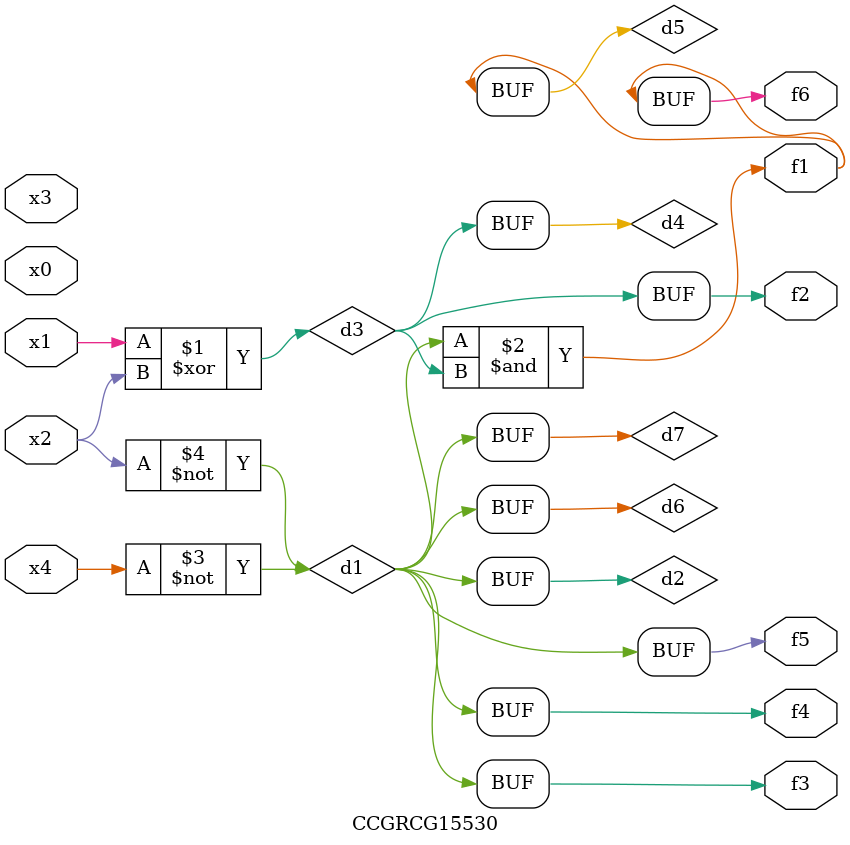
<source format=v>
module CCGRCG15530(
	input x0, x1, x2, x3, x4,
	output f1, f2, f3, f4, f5, f6
);

	wire d1, d2, d3, d4, d5, d6, d7;

	not (d1, x4);
	not (d2, x2);
	xor (d3, x1, x2);
	buf (d4, d3);
	and (d5, d1, d3);
	buf (d6, d1, d2);
	buf (d7, d2);
	assign f1 = d5;
	assign f2 = d4;
	assign f3 = d7;
	assign f4 = d7;
	assign f5 = d7;
	assign f6 = d5;
endmodule

</source>
